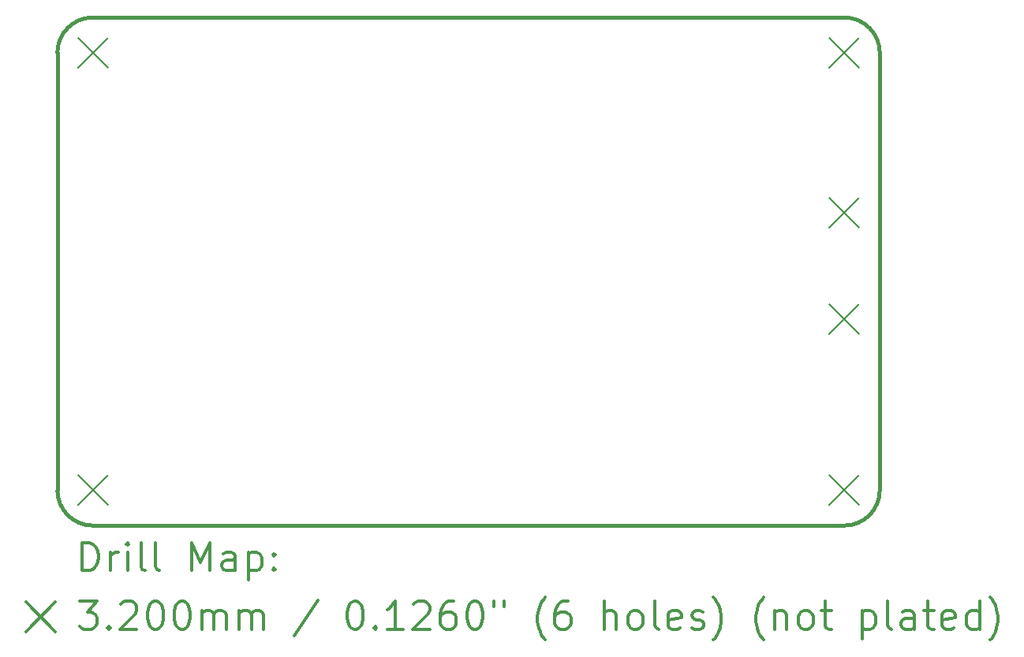
<source format=gbr>
%FSLAX45Y45*%
G04 Gerber Fmt 4.5, Leading zero omitted, Abs format (unit mm)*
G04 Created by KiCad (PCBNEW (5.1.12)-1) date 2021-12-13 23:10:36*
%MOMM*%
%LPD*%
G01*
G04 APERTURE LIST*
%TA.AperFunction,Profile*%
%ADD10C,0.381000*%
%TD*%
%ADD11C,0.200000*%
%ADD12C,0.300000*%
G04 APERTURE END LIST*
D10*
X11747500Y-15113000D02*
G75*
G02*
X11366500Y-14732000I0J381000D01*
G01*
X11366500Y-10033000D02*
G75*
G02*
X11747500Y-9652000I381000J0D01*
G01*
X19812000Y-9652000D02*
G75*
G02*
X20193000Y-10033000I0J-381000D01*
G01*
X20193000Y-14732000D02*
G75*
G02*
X19812000Y-15113000I-381000J0D01*
G01*
X11366500Y-14732000D02*
X11366500Y-10033000D01*
X19812000Y-15113000D02*
X11747500Y-15113000D01*
X20193000Y-10033000D02*
X20193000Y-14732000D01*
X11747500Y-9652000D02*
X19812000Y-9652000D01*
D11*
X11587500Y-9873000D02*
X11907500Y-10193000D01*
X11907500Y-9873000D02*
X11587500Y-10193000D01*
X11587500Y-14572000D02*
X11907500Y-14892000D01*
X11907500Y-14572000D02*
X11587500Y-14892000D01*
X19652000Y-9873000D02*
X19972000Y-10193000D01*
X19972000Y-9873000D02*
X19652000Y-10193000D01*
X19652000Y-11587500D02*
X19972000Y-11907500D01*
X19972000Y-11587500D02*
X19652000Y-11907500D01*
X19652000Y-12730500D02*
X19972000Y-13050500D01*
X19972000Y-12730500D02*
X19652000Y-13050500D01*
X19652000Y-14572000D02*
X19972000Y-14892000D01*
X19972000Y-14572000D02*
X19652000Y-14892000D01*
D12*
X11633878Y-15597764D02*
X11633878Y-15297764D01*
X11705307Y-15297764D01*
X11748164Y-15312050D01*
X11776736Y-15340621D01*
X11791021Y-15369193D01*
X11805307Y-15426336D01*
X11805307Y-15469193D01*
X11791021Y-15526336D01*
X11776736Y-15554907D01*
X11748164Y-15583479D01*
X11705307Y-15597764D01*
X11633878Y-15597764D01*
X11933878Y-15597764D02*
X11933878Y-15397764D01*
X11933878Y-15454907D02*
X11948164Y-15426336D01*
X11962450Y-15412050D01*
X11991021Y-15397764D01*
X12019593Y-15397764D01*
X12119593Y-15597764D02*
X12119593Y-15397764D01*
X12119593Y-15297764D02*
X12105307Y-15312050D01*
X12119593Y-15326336D01*
X12133878Y-15312050D01*
X12119593Y-15297764D01*
X12119593Y-15326336D01*
X12305307Y-15597764D02*
X12276736Y-15583479D01*
X12262450Y-15554907D01*
X12262450Y-15297764D01*
X12462450Y-15597764D02*
X12433878Y-15583479D01*
X12419593Y-15554907D01*
X12419593Y-15297764D01*
X12805307Y-15597764D02*
X12805307Y-15297764D01*
X12905307Y-15512050D01*
X13005307Y-15297764D01*
X13005307Y-15597764D01*
X13276736Y-15597764D02*
X13276736Y-15440621D01*
X13262450Y-15412050D01*
X13233878Y-15397764D01*
X13176736Y-15397764D01*
X13148164Y-15412050D01*
X13276736Y-15583479D02*
X13248164Y-15597764D01*
X13176736Y-15597764D01*
X13148164Y-15583479D01*
X13133878Y-15554907D01*
X13133878Y-15526336D01*
X13148164Y-15497764D01*
X13176736Y-15483479D01*
X13248164Y-15483479D01*
X13276736Y-15469193D01*
X13419593Y-15397764D02*
X13419593Y-15697764D01*
X13419593Y-15412050D02*
X13448164Y-15397764D01*
X13505307Y-15397764D01*
X13533878Y-15412050D01*
X13548164Y-15426336D01*
X13562450Y-15454907D01*
X13562450Y-15540621D01*
X13548164Y-15569193D01*
X13533878Y-15583479D01*
X13505307Y-15597764D01*
X13448164Y-15597764D01*
X13419593Y-15583479D01*
X13691021Y-15569193D02*
X13705307Y-15583479D01*
X13691021Y-15597764D01*
X13676736Y-15583479D01*
X13691021Y-15569193D01*
X13691021Y-15597764D01*
X13691021Y-15412050D02*
X13705307Y-15426336D01*
X13691021Y-15440621D01*
X13676736Y-15426336D01*
X13691021Y-15412050D01*
X13691021Y-15440621D01*
X11027450Y-15932050D02*
X11347450Y-16252050D01*
X11347450Y-15932050D02*
X11027450Y-16252050D01*
X11605307Y-15927764D02*
X11791021Y-15927764D01*
X11691021Y-16042050D01*
X11733878Y-16042050D01*
X11762450Y-16056336D01*
X11776736Y-16070621D01*
X11791021Y-16099193D01*
X11791021Y-16170621D01*
X11776736Y-16199193D01*
X11762450Y-16213479D01*
X11733878Y-16227764D01*
X11648164Y-16227764D01*
X11619593Y-16213479D01*
X11605307Y-16199193D01*
X11919593Y-16199193D02*
X11933878Y-16213479D01*
X11919593Y-16227764D01*
X11905307Y-16213479D01*
X11919593Y-16199193D01*
X11919593Y-16227764D01*
X12048164Y-15956336D02*
X12062450Y-15942050D01*
X12091021Y-15927764D01*
X12162450Y-15927764D01*
X12191021Y-15942050D01*
X12205307Y-15956336D01*
X12219593Y-15984907D01*
X12219593Y-16013479D01*
X12205307Y-16056336D01*
X12033878Y-16227764D01*
X12219593Y-16227764D01*
X12405307Y-15927764D02*
X12433878Y-15927764D01*
X12462450Y-15942050D01*
X12476736Y-15956336D01*
X12491021Y-15984907D01*
X12505307Y-16042050D01*
X12505307Y-16113479D01*
X12491021Y-16170621D01*
X12476736Y-16199193D01*
X12462450Y-16213479D01*
X12433878Y-16227764D01*
X12405307Y-16227764D01*
X12376736Y-16213479D01*
X12362450Y-16199193D01*
X12348164Y-16170621D01*
X12333878Y-16113479D01*
X12333878Y-16042050D01*
X12348164Y-15984907D01*
X12362450Y-15956336D01*
X12376736Y-15942050D01*
X12405307Y-15927764D01*
X12691021Y-15927764D02*
X12719593Y-15927764D01*
X12748164Y-15942050D01*
X12762450Y-15956336D01*
X12776736Y-15984907D01*
X12791021Y-16042050D01*
X12791021Y-16113479D01*
X12776736Y-16170621D01*
X12762450Y-16199193D01*
X12748164Y-16213479D01*
X12719593Y-16227764D01*
X12691021Y-16227764D01*
X12662450Y-16213479D01*
X12648164Y-16199193D01*
X12633878Y-16170621D01*
X12619593Y-16113479D01*
X12619593Y-16042050D01*
X12633878Y-15984907D01*
X12648164Y-15956336D01*
X12662450Y-15942050D01*
X12691021Y-15927764D01*
X12919593Y-16227764D02*
X12919593Y-16027764D01*
X12919593Y-16056336D02*
X12933878Y-16042050D01*
X12962450Y-16027764D01*
X13005307Y-16027764D01*
X13033878Y-16042050D01*
X13048164Y-16070621D01*
X13048164Y-16227764D01*
X13048164Y-16070621D02*
X13062450Y-16042050D01*
X13091021Y-16027764D01*
X13133878Y-16027764D01*
X13162450Y-16042050D01*
X13176736Y-16070621D01*
X13176736Y-16227764D01*
X13319593Y-16227764D02*
X13319593Y-16027764D01*
X13319593Y-16056336D02*
X13333878Y-16042050D01*
X13362450Y-16027764D01*
X13405307Y-16027764D01*
X13433878Y-16042050D01*
X13448164Y-16070621D01*
X13448164Y-16227764D01*
X13448164Y-16070621D02*
X13462450Y-16042050D01*
X13491021Y-16027764D01*
X13533878Y-16027764D01*
X13562450Y-16042050D01*
X13576736Y-16070621D01*
X13576736Y-16227764D01*
X14162450Y-15913479D02*
X13905307Y-16299193D01*
X14548164Y-15927764D02*
X14576736Y-15927764D01*
X14605307Y-15942050D01*
X14619593Y-15956336D01*
X14633878Y-15984907D01*
X14648164Y-16042050D01*
X14648164Y-16113479D01*
X14633878Y-16170621D01*
X14619593Y-16199193D01*
X14605307Y-16213479D01*
X14576736Y-16227764D01*
X14548164Y-16227764D01*
X14519593Y-16213479D01*
X14505307Y-16199193D01*
X14491021Y-16170621D01*
X14476736Y-16113479D01*
X14476736Y-16042050D01*
X14491021Y-15984907D01*
X14505307Y-15956336D01*
X14519593Y-15942050D01*
X14548164Y-15927764D01*
X14776736Y-16199193D02*
X14791021Y-16213479D01*
X14776736Y-16227764D01*
X14762450Y-16213479D01*
X14776736Y-16199193D01*
X14776736Y-16227764D01*
X15076736Y-16227764D02*
X14905307Y-16227764D01*
X14991021Y-16227764D02*
X14991021Y-15927764D01*
X14962450Y-15970621D01*
X14933878Y-15999193D01*
X14905307Y-16013479D01*
X15191021Y-15956336D02*
X15205307Y-15942050D01*
X15233878Y-15927764D01*
X15305307Y-15927764D01*
X15333878Y-15942050D01*
X15348164Y-15956336D01*
X15362450Y-15984907D01*
X15362450Y-16013479D01*
X15348164Y-16056336D01*
X15176736Y-16227764D01*
X15362450Y-16227764D01*
X15619593Y-15927764D02*
X15562450Y-15927764D01*
X15533878Y-15942050D01*
X15519593Y-15956336D01*
X15491021Y-15999193D01*
X15476736Y-16056336D01*
X15476736Y-16170621D01*
X15491021Y-16199193D01*
X15505307Y-16213479D01*
X15533878Y-16227764D01*
X15591021Y-16227764D01*
X15619593Y-16213479D01*
X15633878Y-16199193D01*
X15648164Y-16170621D01*
X15648164Y-16099193D01*
X15633878Y-16070621D01*
X15619593Y-16056336D01*
X15591021Y-16042050D01*
X15533878Y-16042050D01*
X15505307Y-16056336D01*
X15491021Y-16070621D01*
X15476736Y-16099193D01*
X15833878Y-15927764D02*
X15862450Y-15927764D01*
X15891021Y-15942050D01*
X15905307Y-15956336D01*
X15919593Y-15984907D01*
X15933878Y-16042050D01*
X15933878Y-16113479D01*
X15919593Y-16170621D01*
X15905307Y-16199193D01*
X15891021Y-16213479D01*
X15862450Y-16227764D01*
X15833878Y-16227764D01*
X15805307Y-16213479D01*
X15791021Y-16199193D01*
X15776736Y-16170621D01*
X15762450Y-16113479D01*
X15762450Y-16042050D01*
X15776736Y-15984907D01*
X15791021Y-15956336D01*
X15805307Y-15942050D01*
X15833878Y-15927764D01*
X16048164Y-15927764D02*
X16048164Y-15984907D01*
X16162450Y-15927764D02*
X16162450Y-15984907D01*
X16605307Y-16342050D02*
X16591021Y-16327764D01*
X16562450Y-16284907D01*
X16548164Y-16256336D01*
X16533878Y-16213479D01*
X16519593Y-16142050D01*
X16519593Y-16084907D01*
X16533878Y-16013479D01*
X16548164Y-15970621D01*
X16562450Y-15942050D01*
X16591021Y-15899193D01*
X16605307Y-15884907D01*
X16848164Y-15927764D02*
X16791021Y-15927764D01*
X16762450Y-15942050D01*
X16748164Y-15956336D01*
X16719593Y-15999193D01*
X16705307Y-16056336D01*
X16705307Y-16170621D01*
X16719593Y-16199193D01*
X16733878Y-16213479D01*
X16762450Y-16227764D01*
X16819593Y-16227764D01*
X16848164Y-16213479D01*
X16862450Y-16199193D01*
X16876736Y-16170621D01*
X16876736Y-16099193D01*
X16862450Y-16070621D01*
X16848164Y-16056336D01*
X16819593Y-16042050D01*
X16762450Y-16042050D01*
X16733878Y-16056336D01*
X16719593Y-16070621D01*
X16705307Y-16099193D01*
X17233878Y-16227764D02*
X17233878Y-15927764D01*
X17362450Y-16227764D02*
X17362450Y-16070621D01*
X17348164Y-16042050D01*
X17319593Y-16027764D01*
X17276736Y-16027764D01*
X17248164Y-16042050D01*
X17233878Y-16056336D01*
X17548164Y-16227764D02*
X17519593Y-16213479D01*
X17505307Y-16199193D01*
X17491021Y-16170621D01*
X17491021Y-16084907D01*
X17505307Y-16056336D01*
X17519593Y-16042050D01*
X17548164Y-16027764D01*
X17591021Y-16027764D01*
X17619593Y-16042050D01*
X17633878Y-16056336D01*
X17648164Y-16084907D01*
X17648164Y-16170621D01*
X17633878Y-16199193D01*
X17619593Y-16213479D01*
X17591021Y-16227764D01*
X17548164Y-16227764D01*
X17819593Y-16227764D02*
X17791021Y-16213479D01*
X17776736Y-16184907D01*
X17776736Y-15927764D01*
X18048164Y-16213479D02*
X18019593Y-16227764D01*
X17962450Y-16227764D01*
X17933878Y-16213479D01*
X17919593Y-16184907D01*
X17919593Y-16070621D01*
X17933878Y-16042050D01*
X17962450Y-16027764D01*
X18019593Y-16027764D01*
X18048164Y-16042050D01*
X18062450Y-16070621D01*
X18062450Y-16099193D01*
X17919593Y-16127764D01*
X18176736Y-16213479D02*
X18205307Y-16227764D01*
X18262450Y-16227764D01*
X18291021Y-16213479D01*
X18305307Y-16184907D01*
X18305307Y-16170621D01*
X18291021Y-16142050D01*
X18262450Y-16127764D01*
X18219593Y-16127764D01*
X18191021Y-16113479D01*
X18176736Y-16084907D01*
X18176736Y-16070621D01*
X18191021Y-16042050D01*
X18219593Y-16027764D01*
X18262450Y-16027764D01*
X18291021Y-16042050D01*
X18405307Y-16342050D02*
X18419593Y-16327764D01*
X18448164Y-16284907D01*
X18462450Y-16256336D01*
X18476736Y-16213479D01*
X18491021Y-16142050D01*
X18491021Y-16084907D01*
X18476736Y-16013479D01*
X18462450Y-15970621D01*
X18448164Y-15942050D01*
X18419593Y-15899193D01*
X18405307Y-15884907D01*
X18948164Y-16342050D02*
X18933878Y-16327764D01*
X18905307Y-16284907D01*
X18891021Y-16256336D01*
X18876736Y-16213479D01*
X18862450Y-16142050D01*
X18862450Y-16084907D01*
X18876736Y-16013479D01*
X18891021Y-15970621D01*
X18905307Y-15942050D01*
X18933878Y-15899193D01*
X18948164Y-15884907D01*
X19062450Y-16027764D02*
X19062450Y-16227764D01*
X19062450Y-16056336D02*
X19076736Y-16042050D01*
X19105307Y-16027764D01*
X19148164Y-16027764D01*
X19176736Y-16042050D01*
X19191021Y-16070621D01*
X19191021Y-16227764D01*
X19376736Y-16227764D02*
X19348164Y-16213479D01*
X19333878Y-16199193D01*
X19319593Y-16170621D01*
X19319593Y-16084907D01*
X19333878Y-16056336D01*
X19348164Y-16042050D01*
X19376736Y-16027764D01*
X19419593Y-16027764D01*
X19448164Y-16042050D01*
X19462450Y-16056336D01*
X19476736Y-16084907D01*
X19476736Y-16170621D01*
X19462450Y-16199193D01*
X19448164Y-16213479D01*
X19419593Y-16227764D01*
X19376736Y-16227764D01*
X19562450Y-16027764D02*
X19676736Y-16027764D01*
X19605307Y-15927764D02*
X19605307Y-16184907D01*
X19619593Y-16213479D01*
X19648164Y-16227764D01*
X19676736Y-16227764D01*
X20005307Y-16027764D02*
X20005307Y-16327764D01*
X20005307Y-16042050D02*
X20033878Y-16027764D01*
X20091021Y-16027764D01*
X20119593Y-16042050D01*
X20133878Y-16056336D01*
X20148164Y-16084907D01*
X20148164Y-16170621D01*
X20133878Y-16199193D01*
X20119593Y-16213479D01*
X20091021Y-16227764D01*
X20033878Y-16227764D01*
X20005307Y-16213479D01*
X20319593Y-16227764D02*
X20291021Y-16213479D01*
X20276736Y-16184907D01*
X20276736Y-15927764D01*
X20562450Y-16227764D02*
X20562450Y-16070621D01*
X20548164Y-16042050D01*
X20519593Y-16027764D01*
X20462450Y-16027764D01*
X20433878Y-16042050D01*
X20562450Y-16213479D02*
X20533878Y-16227764D01*
X20462450Y-16227764D01*
X20433878Y-16213479D01*
X20419593Y-16184907D01*
X20419593Y-16156336D01*
X20433878Y-16127764D01*
X20462450Y-16113479D01*
X20533878Y-16113479D01*
X20562450Y-16099193D01*
X20662450Y-16027764D02*
X20776736Y-16027764D01*
X20705307Y-15927764D02*
X20705307Y-16184907D01*
X20719593Y-16213479D01*
X20748164Y-16227764D01*
X20776736Y-16227764D01*
X20991021Y-16213479D02*
X20962450Y-16227764D01*
X20905307Y-16227764D01*
X20876736Y-16213479D01*
X20862450Y-16184907D01*
X20862450Y-16070621D01*
X20876736Y-16042050D01*
X20905307Y-16027764D01*
X20962450Y-16027764D01*
X20991021Y-16042050D01*
X21005307Y-16070621D01*
X21005307Y-16099193D01*
X20862450Y-16127764D01*
X21262450Y-16227764D02*
X21262450Y-15927764D01*
X21262450Y-16213479D02*
X21233878Y-16227764D01*
X21176736Y-16227764D01*
X21148164Y-16213479D01*
X21133878Y-16199193D01*
X21119593Y-16170621D01*
X21119593Y-16084907D01*
X21133878Y-16056336D01*
X21148164Y-16042050D01*
X21176736Y-16027764D01*
X21233878Y-16027764D01*
X21262450Y-16042050D01*
X21376736Y-16342050D02*
X21391021Y-16327764D01*
X21419593Y-16284907D01*
X21433878Y-16256336D01*
X21448164Y-16213479D01*
X21462450Y-16142050D01*
X21462450Y-16084907D01*
X21448164Y-16013479D01*
X21433878Y-15970621D01*
X21419593Y-15942050D01*
X21391021Y-15899193D01*
X21376736Y-15884907D01*
M02*

</source>
